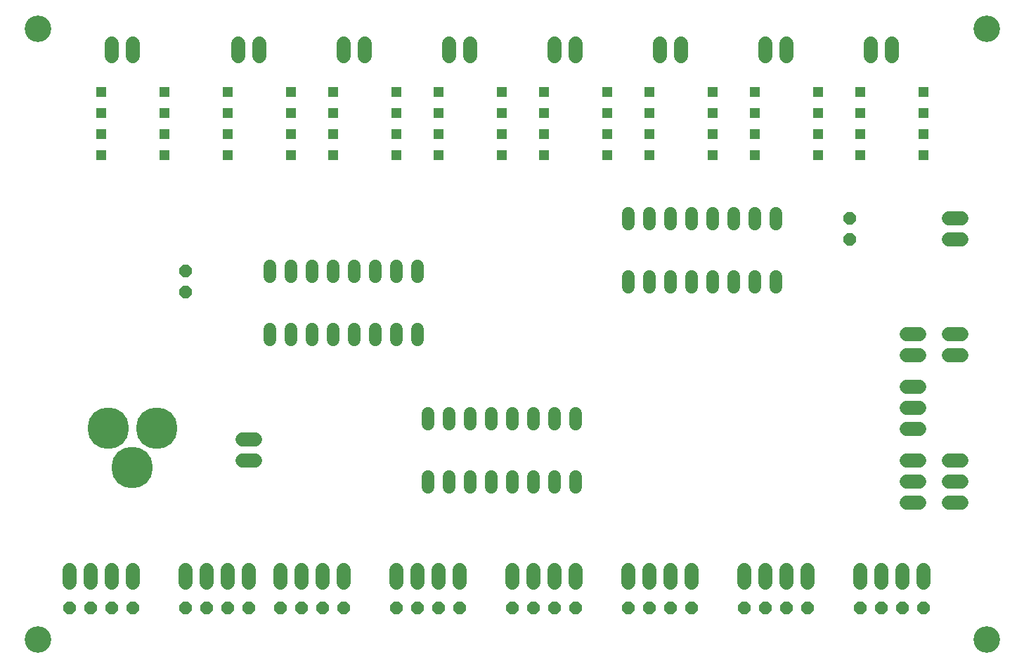
<source format=gbr>
G04 EAGLE Gerber RS-274X export*
G75*
%MOMM*%
%FSLAX34Y34*%
%LPD*%
%INSoldermask Bottom*%
%IPPOS*%
%AMOC8*
5,1,8,0,0,1.08239X$1,22.5*%
G01*
%ADD10C,3.203200*%
%ADD11C,1.727200*%
%ADD12P,1.649562X8X112.500000*%
%ADD13P,1.649562X8X292.500000*%
%ADD14C,1.524000*%
%ADD15P,1.649562X8X22.500000*%
%ADD16C,5.003200*%
%ADD17R,1.311200X1.311200*%


D10*
X25400Y762000D03*
X1168400Y762000D03*
X1168400Y25400D03*
X25400Y25400D03*
D11*
X1122680Y368300D02*
X1137920Y368300D01*
X1137920Y393700D02*
X1122680Y393700D01*
X1122680Y241300D02*
X1137920Y241300D01*
X1137920Y215900D02*
X1122680Y215900D01*
X1122680Y190500D02*
X1137920Y190500D01*
X1087120Y241300D02*
X1071880Y241300D01*
X1071880Y215900D02*
X1087120Y215900D01*
X1087120Y190500D02*
X1071880Y190500D01*
D12*
X1003300Y508000D03*
X1003300Y533400D03*
D13*
X203200Y469900D03*
X203200Y444500D03*
D11*
X1071880Y330200D02*
X1087120Y330200D01*
X1087120Y304800D02*
X1071880Y304800D01*
X1071880Y279400D02*
X1087120Y279400D01*
X1087120Y368300D02*
X1071880Y368300D01*
X1071880Y393700D02*
X1087120Y393700D01*
D14*
X914400Y526796D02*
X914400Y540004D01*
X889000Y540004D02*
X889000Y526796D01*
X812800Y526796D02*
X812800Y540004D01*
X787400Y540004D02*
X787400Y526796D01*
X863600Y526796D02*
X863600Y540004D01*
X838200Y540004D02*
X838200Y526796D01*
X762000Y526796D02*
X762000Y540004D01*
X736600Y540004D02*
X736600Y526796D01*
X736600Y463804D02*
X736600Y450596D01*
X762000Y450596D02*
X762000Y463804D01*
X787400Y463804D02*
X787400Y450596D01*
X812800Y450596D02*
X812800Y463804D01*
X838200Y463804D02*
X838200Y450596D01*
X863600Y450596D02*
X863600Y463804D01*
X889000Y463804D02*
X889000Y450596D01*
X914400Y450596D02*
X914400Y463804D01*
X304800Y400304D02*
X304800Y387096D01*
X330200Y387096D02*
X330200Y400304D01*
X406400Y400304D02*
X406400Y387096D01*
X431800Y387096D02*
X431800Y400304D01*
X355600Y400304D02*
X355600Y387096D01*
X381000Y387096D02*
X381000Y400304D01*
X457200Y400304D02*
X457200Y387096D01*
X482600Y387096D02*
X482600Y400304D01*
X482600Y463296D02*
X482600Y476504D01*
X457200Y476504D02*
X457200Y463296D01*
X431800Y463296D02*
X431800Y476504D01*
X406400Y476504D02*
X406400Y463296D01*
X381000Y463296D02*
X381000Y476504D01*
X355600Y476504D02*
X355600Y463296D01*
X330200Y463296D02*
X330200Y476504D01*
X304800Y476504D02*
X304800Y463296D01*
D11*
X546100Y728980D02*
X546100Y744220D01*
X520700Y744220D02*
X520700Y728980D01*
X419100Y728980D02*
X419100Y744220D01*
X393700Y744220D02*
X393700Y728980D01*
X1054100Y728980D02*
X1054100Y744220D01*
X1028700Y744220D02*
X1028700Y728980D01*
X927100Y728980D02*
X927100Y744220D01*
X901700Y744220D02*
X901700Y728980D01*
X292100Y728980D02*
X292100Y744220D01*
X266700Y744220D02*
X266700Y728980D01*
X139700Y728980D02*
X139700Y744220D01*
X114300Y744220D02*
X114300Y728980D01*
X800100Y728980D02*
X800100Y744220D01*
X774700Y744220D02*
X774700Y728980D01*
X673100Y728980D02*
X673100Y744220D01*
X647700Y744220D02*
X647700Y728980D01*
D14*
X495300Y222504D02*
X495300Y209296D01*
X520700Y209296D02*
X520700Y222504D01*
X596900Y222504D02*
X596900Y209296D01*
X622300Y209296D02*
X622300Y222504D01*
X546100Y222504D02*
X546100Y209296D01*
X571500Y209296D02*
X571500Y222504D01*
X647700Y222504D02*
X647700Y209296D01*
X673100Y209296D02*
X673100Y222504D01*
X673100Y285496D02*
X673100Y298704D01*
X647700Y298704D02*
X647700Y285496D01*
X622300Y285496D02*
X622300Y298704D01*
X596900Y298704D02*
X596900Y285496D01*
X571500Y285496D02*
X571500Y298704D01*
X546100Y298704D02*
X546100Y285496D01*
X520700Y285496D02*
X520700Y298704D01*
X495300Y298704D02*
X495300Y285496D01*
D11*
X1016000Y109220D02*
X1016000Y93980D01*
X1041400Y93980D02*
X1041400Y109220D01*
X876300Y109220D02*
X876300Y93980D01*
X901700Y93980D02*
X901700Y109220D01*
X736600Y109220D02*
X736600Y93980D01*
X762000Y93980D02*
X762000Y109220D01*
X596900Y109220D02*
X596900Y93980D01*
X622300Y93980D02*
X622300Y109220D01*
X457200Y109220D02*
X457200Y93980D01*
X482600Y93980D02*
X482600Y109220D01*
X317500Y109220D02*
X317500Y93980D01*
X342900Y93980D02*
X342900Y109220D01*
X203200Y109220D02*
X203200Y93980D01*
X228600Y93980D02*
X228600Y109220D01*
X63500Y109220D02*
X63500Y93980D01*
X88900Y93980D02*
X88900Y109220D01*
X1092200Y109220D02*
X1092200Y93980D01*
X1066800Y93980D02*
X1066800Y109220D01*
X952500Y109220D02*
X952500Y93980D01*
X927100Y93980D02*
X927100Y109220D01*
X812800Y109220D02*
X812800Y93980D01*
X787400Y93980D02*
X787400Y109220D01*
X673100Y109220D02*
X673100Y93980D01*
X647700Y93980D02*
X647700Y109220D01*
X533400Y109220D02*
X533400Y93980D01*
X508000Y93980D02*
X508000Y109220D01*
X393700Y109220D02*
X393700Y93980D01*
X368300Y93980D02*
X368300Y109220D01*
X279400Y109220D02*
X279400Y93980D01*
X254000Y93980D02*
X254000Y109220D01*
X139700Y109220D02*
X139700Y93980D01*
X114300Y93980D02*
X114300Y109220D01*
D15*
X1016000Y63500D03*
X1041400Y63500D03*
X508000Y63500D03*
X533400Y63500D03*
X317500Y63500D03*
X342900Y63500D03*
X368300Y63500D03*
X393700Y63500D03*
X203200Y63500D03*
X228600Y63500D03*
X254000Y63500D03*
X279400Y63500D03*
X63500Y63500D03*
X88900Y63500D03*
X114300Y63500D03*
X139700Y63500D03*
X1066800Y63500D03*
X1092200Y63500D03*
X876300Y63500D03*
X901700Y63500D03*
X927100Y63500D03*
X952500Y63500D03*
X736600Y63500D03*
X762000Y63500D03*
X787400Y63500D03*
X812800Y63500D03*
X596900Y63500D03*
X622300Y63500D03*
X647700Y63500D03*
X673100Y63500D03*
X457200Y63500D03*
X482600Y63500D03*
D11*
X1122680Y508000D02*
X1137920Y508000D01*
X1137920Y533400D02*
X1122680Y533400D01*
D16*
X139100Y233400D03*
X169100Y280400D03*
X110100Y280400D03*
D11*
X271780Y241300D02*
X287020Y241300D01*
X287020Y266700D02*
X271780Y266700D01*
D17*
X101600Y685800D03*
X101600Y660400D03*
X101600Y635000D03*
X101600Y609600D03*
X177800Y609600D03*
X177800Y635000D03*
X177800Y660400D03*
X177800Y685800D03*
X254000Y685800D03*
X254000Y660400D03*
X254000Y635000D03*
X254000Y609600D03*
X330200Y609600D03*
X330200Y635000D03*
X330200Y660400D03*
X330200Y685800D03*
X508000Y685800D03*
X508000Y660400D03*
X508000Y635000D03*
X508000Y609600D03*
X584200Y609600D03*
X584200Y635000D03*
X584200Y660400D03*
X584200Y685800D03*
X381000Y685800D03*
X381000Y660400D03*
X381000Y635000D03*
X381000Y609600D03*
X457200Y609600D03*
X457200Y635000D03*
X457200Y660400D03*
X457200Y685800D03*
X1016000Y685800D03*
X1016000Y660400D03*
X1016000Y635000D03*
X1016000Y609600D03*
X1092200Y609600D03*
X1092200Y635000D03*
X1092200Y660400D03*
X1092200Y685800D03*
X889000Y685800D03*
X889000Y660400D03*
X889000Y635000D03*
X889000Y609600D03*
X965200Y609600D03*
X965200Y635000D03*
X965200Y660400D03*
X965200Y685800D03*
X635000Y685800D03*
X635000Y660400D03*
X635000Y635000D03*
X635000Y609600D03*
X711200Y609600D03*
X711200Y635000D03*
X711200Y660400D03*
X711200Y685800D03*
X762000Y685800D03*
X762000Y660400D03*
X762000Y635000D03*
X762000Y609600D03*
X838200Y609600D03*
X838200Y635000D03*
X838200Y660400D03*
X838200Y685800D03*
M02*

</source>
